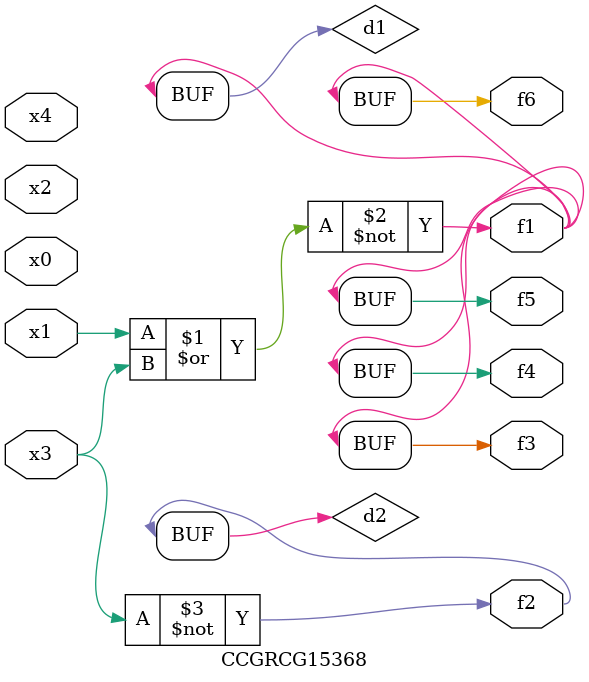
<source format=v>
module CCGRCG15368(
	input x0, x1, x2, x3, x4,
	output f1, f2, f3, f4, f5, f6
);

	wire d1, d2;

	nor (d1, x1, x3);
	not (d2, x3);
	assign f1 = d1;
	assign f2 = d2;
	assign f3 = d1;
	assign f4 = d1;
	assign f5 = d1;
	assign f6 = d1;
endmodule

</source>
